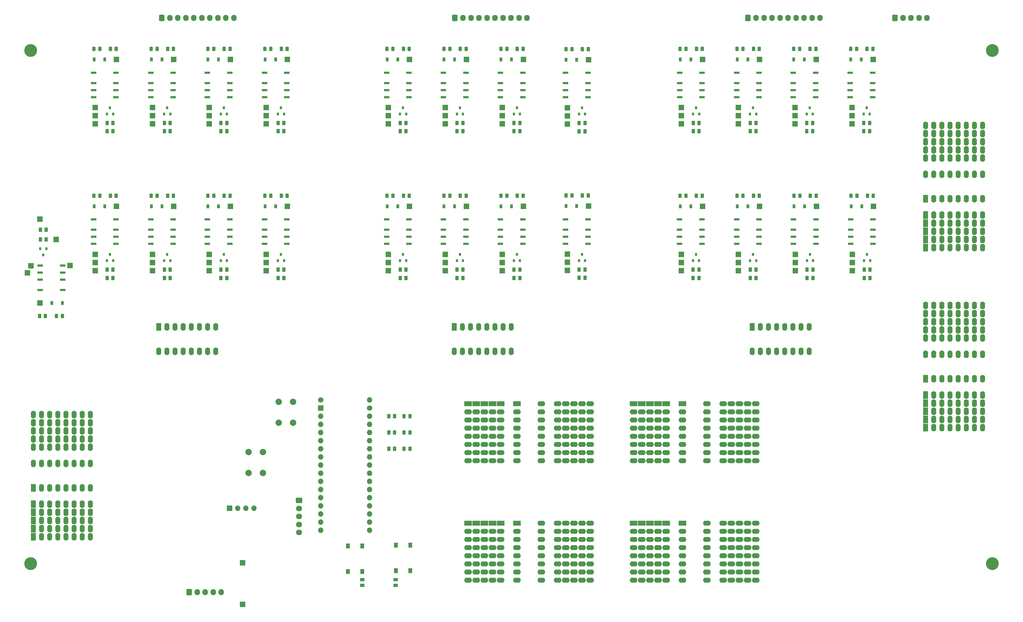
<source format=gbr>
%TF.GenerationSoftware,KiCad,Pcbnew,(5.99.0-12218-g749d2d5987)*%
%TF.CreationDate,2021-09-15T00:58:26+03:00*%
%TF.ProjectId,stend_main,7374656e-645f-46d6-9169-6e2e6b696361,rev*%
%TF.SameCoordinates,PX258bd10PYee998b0*%
%TF.FileFunction,Soldermask,Top*%
%TF.FilePolarity,Negative*%
%FSLAX46Y46*%
G04 Gerber Fmt 4.6, Leading zero omitted, Abs format (unit mm)*
G04 Created by KiCad (PCBNEW (5.99.0-12218-g749d2d5987)) date 2021-09-15 00:58:26*
%MOMM*%
%LPD*%
G01*
G04 APERTURE LIST*
G04 Aperture macros list*
%AMRoundRect*
0 Rectangle with rounded corners*
0 $1 Rounding radius*
0 $2 $3 $4 $5 $6 $7 $8 $9 X,Y pos of 4 corners*
0 Add a 4 corners polygon primitive as box body*
4,1,4,$2,$3,$4,$5,$6,$7,$8,$9,$2,$3,0*
0 Add four circle primitives for the rounded corners*
1,1,$1+$1,$2,$3*
1,1,$1+$1,$4,$5*
1,1,$1+$1,$6,$7*
1,1,$1+$1,$8,$9*
0 Add four rect primitives between the rounded corners*
20,1,$1+$1,$2,$3,$4,$5,0*
20,1,$1+$1,$4,$5,$6,$7,0*
20,1,$1+$1,$6,$7,$8,$9,0*
20,1,$1+$1,$8,$9,$2,$3,0*%
G04 Aperture macros list end*
%ADD10RoundRect,0.243750X0.243750X0.456250X-0.243750X0.456250X-0.243750X-0.456250X0.243750X-0.456250X0*%
%ADD11RoundRect,0.250000X-0.262500X-0.450000X0.262500X-0.450000X0.262500X0.450000X-0.262500X0.450000X0*%
%ADD12RoundRect,0.250000X0.262500X0.450000X-0.262500X0.450000X-0.262500X-0.450000X0.262500X-0.450000X0*%
%ADD13R,0.900000X1.200000*%
%ADD14R,0.800000X0.900000*%
%ADD15R,1.700000X1.700000*%
%ADD16R,2.400000X1.600000*%
%ADD17O,2.400000X1.600000*%
%ADD18R,1.300000X1.550000*%
%ADD19R,1.800000X0.800000*%
%ADD20R,1.600000X2.400000*%
%ADD21O,1.600000X2.400000*%
%ADD22RoundRect,0.250000X-0.600000X-0.725000X0.600000X-0.725000X0.600000X0.725000X-0.600000X0.725000X0*%
%ADD23O,1.700000X1.950000*%
%ADD24RoundRect,0.250000X-0.725000X0.600000X-0.725000X-0.600000X0.725000X-0.600000X0.725000X0.600000X0*%
%ADD25O,1.950000X1.700000*%
%ADD26C,2.000000*%
%ADD27C,4.000000*%
%ADD28RoundRect,0.250000X-0.450000X0.262500X-0.450000X-0.262500X0.450000X-0.262500X0.450000X0.262500X0*%
%ADD29O,1.700000X1.700000*%
%ADD30RoundRect,0.243750X-0.243750X-0.456250X0.243750X-0.456250X0.243750X0.456250X-0.243750X0.456250X0*%
%ADD31RoundRect,0.250000X0.450000X-0.262500X0.450000X0.262500X-0.450000X0.262500X-0.450000X-0.262500X0*%
%ADD32C,1.700000*%
G04 APERTURE END LIST*
D10*
%TO.C,VD1*%
X123365500Y60960000D03*
X121490500Y60960000D03*
%TD*%
D11*
%TO.C,R35*%
X121261500Y129783992D03*
X123086500Y129783992D03*
%TD*%
D12*
%TO.C,R66*%
X248943500Y149860000D03*
X247118500Y149860000D03*
%TD*%
D13*
%TO.C,VD49*%
X260859000Y172212000D03*
X264159000Y172212000D03*
%TD*%
D14*
%TO.C,VT9*%
X120208000Y155210000D03*
X122108000Y155210000D03*
X121158000Y157210000D03*
%TD*%
D15*
%TO.C,CP10*%
X43007000Y154686000D03*
%TD*%
D16*
%TO.C,BB4*%
X203298000Y64928000D03*
X193138000Y64928000D03*
X198218000Y64928000D03*
X200758000Y64928000D03*
X208378000Y64928000D03*
X195678000Y64928000D03*
D17*
X208378000Y62388000D03*
X203298000Y62388000D03*
X198218000Y62388000D03*
X200758000Y62388000D03*
X193138000Y62388000D03*
X195678000Y62388000D03*
X200758000Y59848000D03*
X198218000Y59848000D03*
X203298000Y59848000D03*
X208378000Y59848000D03*
X195678000Y59848000D03*
X193138000Y59848000D03*
X198218000Y57308000D03*
X195678000Y57308000D03*
X193138000Y57308000D03*
X208378000Y57308000D03*
X200758000Y57308000D03*
X203298000Y57308000D03*
X200758000Y54768000D03*
X198218000Y54768000D03*
X203298000Y54768000D03*
X193138000Y54768000D03*
X208378000Y54768000D03*
X195678000Y54768000D03*
X200758000Y52228000D03*
X195678000Y52228000D03*
X203298000Y52228000D03*
X208378000Y52228000D03*
X193138000Y52228000D03*
X198218000Y52228000D03*
X193138000Y49688000D03*
X195678000Y49688000D03*
X208378000Y49688000D03*
X203298000Y49688000D03*
X200758000Y49688000D03*
X198218000Y49688000D03*
X195678000Y47148000D03*
X200758000Y47148000D03*
X198218000Y47148000D03*
X193138000Y47148000D03*
X203298000Y47148000D03*
X208378000Y47148000D03*
X223618000Y47148000D03*
X228698000Y47148000D03*
X226158000Y47148000D03*
X231238000Y47148000D03*
X221078000Y47148000D03*
X215998000Y47148000D03*
X228698000Y49688000D03*
X226158000Y49688000D03*
X221078000Y49688000D03*
X231238000Y49688000D03*
X223618000Y49688000D03*
X215998000Y49688000D03*
X226158000Y52228000D03*
X221078000Y52228000D03*
X223618000Y52228000D03*
X228698000Y52228000D03*
X215998000Y52228000D03*
X231238000Y52228000D03*
X226158000Y54768000D03*
X215998000Y54768000D03*
X221078000Y54768000D03*
X223618000Y54768000D03*
X231238000Y54768000D03*
X228698000Y54768000D03*
X223618000Y57308000D03*
X215998000Y57308000D03*
X228698000Y57308000D03*
X231238000Y57308000D03*
X226158000Y57308000D03*
X221078000Y57308000D03*
X215998000Y59848000D03*
X228698000Y59848000D03*
X223618000Y59848000D03*
X221078000Y59848000D03*
X231238000Y59848000D03*
X226158000Y59848000D03*
X221078000Y59848000D03*
X221078000Y62388000D03*
X223618000Y62388000D03*
X231238000Y62388000D03*
X223618000Y62388000D03*
X215998000Y62388000D03*
X228698000Y62388000D03*
X226158000Y62388000D03*
X228698000Y62388000D03*
X221078000Y62388000D03*
X231238000Y62388000D03*
X226158000Y62388000D03*
X221078000Y64928000D03*
X228698000Y64928000D03*
X223618000Y64928000D03*
X231238000Y64928000D03*
X215998000Y64928000D03*
X226158000Y64928000D03*
%TD*%
D14*
%TO.C,VT17*%
X211648000Y155210000D03*
X213548000Y155210000D03*
X212598000Y157210000D03*
%TD*%
D15*
%TO.C,CP30*%
X78486000Y108956000D03*
%TD*%
%TO.C,CP43*%
X134316000Y157226000D03*
%TD*%
D11*
%TO.C,R62*%
X230481500Y175514000D03*
X232306500Y175514000D03*
%TD*%
D13*
%TO.C,VD23*%
X116206000Y126482000D03*
X119506000Y126482000D03*
%TD*%
D15*
%TO.C,CP50*%
X152095000Y154686000D03*
%TD*%
%TO.C,CP8*%
X31750000Y126482000D03*
%TD*%
D12*
%TO.C,R80*%
X9548500Y92202000D03*
X7723500Y92202000D03*
%TD*%
D13*
%TO.C,VD19*%
X78106000Y126482000D03*
X81406000Y126482000D03*
%TD*%
D15*
%TO.C,CP20*%
X67276000Y172212000D03*
%TD*%
D18*
%TO.C,S2*%
X108422000Y12535000D03*
X108422000Y20485000D03*
X103922000Y20485000D03*
X103922000Y12535000D03*
%TD*%
D15*
%TO.C,CP94*%
X261366000Y108956000D03*
%TD*%
D19*
%TO.C,K22*%
X242981800Y122380000D03*
X242981800Y119180000D03*
X242981800Y116980000D03*
X242981800Y114780000D03*
X249981800Y114780000D03*
X249981800Y116980000D03*
X249981800Y119180000D03*
X249981800Y122380000D03*
%TD*%
D12*
%TO.C,R36*%
X139800500Y149860000D03*
X137975500Y149860000D03*
%TD*%
D11*
%TO.C,R1*%
X116689500Y60960000D03*
X118514500Y60960000D03*
%TD*%
D10*
%TO.C,VD46*%
X244985300Y129784000D03*
X243110300Y129784000D03*
%TD*%
D11*
%TO.C,R55*%
X211685500Y152410000D03*
X213510500Y152410000D03*
%TD*%
%TO.C,R77*%
X266041500Y129784000D03*
X267866500Y129784000D03*
%TD*%
D15*
%TO.C,CP1*%
X25146000Y152146000D03*
%TD*%
%TO.C,CP28*%
X85090000Y172212000D03*
%TD*%
D11*
%TO.C,R78*%
X7977500Y119126000D03*
X9802500Y119126000D03*
%TD*%
D12*
%TO.C,R60*%
X231290500Y149860000D03*
X229465500Y149860000D03*
%TD*%
D13*
%TO.C,VD15*%
X60292000Y126482000D03*
X63592000Y126482000D03*
%TD*%
D19*
%TO.C,K8*%
X77928000Y122380000D03*
X77928000Y119180000D03*
X77928000Y116980000D03*
X77928000Y114780000D03*
X84928000Y114780000D03*
X84928000Y116980000D03*
X84928000Y119180000D03*
X84928000Y122380000D03*
%TD*%
D15*
%TO.C,CP34*%
X116586000Y154686000D03*
%TD*%
%TO.C,CP49*%
X152095000Y152146000D03*
%TD*%
D13*
%TO.C,VD45*%
X243079000Y172212000D03*
X246379000Y172212000D03*
%TD*%
D15*
%TO.C,CP95*%
X261366000Y111496000D03*
%TD*%
D13*
%TO.C,VD35*%
X172035200Y126492000D03*
X175335200Y126492000D03*
%TD*%
D12*
%TO.C,R15*%
X48491500Y104130000D03*
X46666500Y104130000D03*
%TD*%
D14*
%TO.C,VT6*%
X64294000Y109480000D03*
X66194000Y109480000D03*
X65244000Y111480000D03*
%TD*%
D15*
%TO.C,CP69*%
X208002000Y106416000D03*
%TD*%
D11*
%TO.C,R37*%
X137975500Y152410000D03*
X139800500Y152410000D03*
%TD*%
D15*
%TO.C,CP41*%
X134316000Y152146000D03*
%TD*%
%TO.C,CP16*%
X49611000Y126482000D03*
%TD*%
D14*
%TO.C,VT15*%
X176037200Y155200000D03*
X177937200Y155200000D03*
X176987200Y157200000D03*
%TD*%
D11*
%TO.C,R38*%
X138991500Y175514000D03*
X140816500Y175514000D03*
%TD*%
D10*
%TO.C,VD26*%
X135761500Y129784000D03*
X133886500Y129784000D03*
%TD*%
D11*
%TO.C,R8*%
X29821500Y175514000D03*
X31646500Y175514000D03*
%TD*%
D10*
%TO.C,VD10*%
X44452500Y129784000D03*
X42577500Y129784000D03*
%TD*%
%TO.C,VD32*%
X173860700Y175504000D03*
X171985700Y175504000D03*
%TD*%
D15*
%TO.C,CP88*%
X250143800Y126482000D03*
%TD*%
D19*
%TO.C,K18*%
X207444000Y122380000D03*
X207444000Y119180000D03*
X207444000Y116980000D03*
X207444000Y114780000D03*
X214444000Y114780000D03*
X214444000Y116980000D03*
X214444000Y119180000D03*
X214444000Y122380000D03*
%TD*%
D15*
%TO.C,CP6*%
X25146000Y108956000D03*
%TD*%
%TO.C,CP59*%
X172415200Y157216000D03*
%TD*%
D19*
%TO.C,K11*%
X133758000Y168110000D03*
X133758000Y164910000D03*
X133758000Y162710000D03*
X133758000Y160510000D03*
X140758000Y160510000D03*
X140758000Y162710000D03*
X140758000Y164910000D03*
X140758000Y168110000D03*
%TD*%
%TO.C,K12*%
X133758000Y122380000D03*
X133758000Y119180000D03*
X133758000Y116980000D03*
X133758000Y114780000D03*
X140758000Y114780000D03*
X140758000Y116980000D03*
X140758000Y119180000D03*
X140758000Y122380000D03*
%TD*%
D15*
%TO.C,CP60*%
X179019200Y172202000D03*
%TD*%
D19*
%TO.C,K7*%
X77928000Y168110000D03*
X77928000Y164910000D03*
X77928000Y162710000D03*
X77928000Y160510000D03*
X84928000Y160510000D03*
X84928000Y162710000D03*
X84928000Y164910000D03*
X84928000Y168110000D03*
%TD*%
D14*
%TO.C,VT13*%
X155717000Y155210000D03*
X157617000Y155210000D03*
X156667000Y157210000D03*
%TD*%
D15*
%TO.C,CP31*%
X78486000Y111496000D03*
%TD*%
D11*
%TO.C,R17*%
X47682500Y129784000D03*
X49507500Y129784000D03*
%TD*%
D15*
%TO.C,CP2*%
X25146000Y154686000D03*
%TD*%
D20*
%TO.C,BB6*%
X284226000Y72644000D03*
X284226000Y57404000D03*
X284226000Y59944000D03*
X284226000Y67564000D03*
X284226000Y62484000D03*
X284226000Y65024000D03*
D21*
X286766000Y59944000D03*
X286766000Y65024000D03*
X286766000Y62484000D03*
X286766000Y67564000D03*
X286766000Y57404000D03*
X286766000Y72644000D03*
X289306000Y72644000D03*
X289306000Y57404000D03*
X289306000Y65024000D03*
X289306000Y62484000D03*
X289306000Y59944000D03*
X289306000Y67564000D03*
X291846000Y67564000D03*
X291846000Y59944000D03*
X291846000Y65024000D03*
X291846000Y72644000D03*
X291846000Y62484000D03*
X291846000Y57404000D03*
X294386000Y72644000D03*
X294386000Y67564000D03*
X294386000Y57404000D03*
X294386000Y65024000D03*
X294386000Y62484000D03*
X294386000Y59944000D03*
X296926000Y72644000D03*
X296926000Y62484000D03*
X296926000Y57404000D03*
X296926000Y65024000D03*
X296926000Y67564000D03*
X296926000Y59944000D03*
X299466000Y72644000D03*
X299466000Y67564000D03*
X299466000Y62484000D03*
X299466000Y65024000D03*
X299466000Y59944000D03*
X299466000Y57404000D03*
X302006000Y67564000D03*
X302006000Y57404000D03*
X302006000Y72644000D03*
X302006000Y62484000D03*
X302006000Y65024000D03*
X302006000Y59944000D03*
X302006000Y90424000D03*
X302006000Y95504000D03*
X302006000Y87884000D03*
X302006000Y80264000D03*
X302006000Y92964000D03*
X302006000Y85344000D03*
X299466000Y92964000D03*
X299466000Y80264000D03*
X299466000Y85344000D03*
X299466000Y90424000D03*
X299466000Y87884000D03*
X299466000Y95504000D03*
X296926000Y95504000D03*
X296926000Y90424000D03*
X296926000Y80264000D03*
X296926000Y85344000D03*
X296926000Y87884000D03*
X296926000Y92964000D03*
X294386000Y85344000D03*
X294386000Y90424000D03*
X294386000Y92964000D03*
X294386000Y80264000D03*
X294386000Y95504000D03*
X294386000Y87884000D03*
X291846000Y95504000D03*
X291846000Y80264000D03*
X291846000Y85344000D03*
X291846000Y90424000D03*
X291846000Y87884000D03*
X291846000Y92964000D03*
X289306000Y95504000D03*
X289306000Y90424000D03*
X289306000Y87884000D03*
X289306000Y85344000D03*
X289306000Y92964000D03*
X289306000Y85344000D03*
X289306000Y80264000D03*
X286766000Y80264000D03*
X286766000Y87884000D03*
X286766000Y90424000D03*
X286766000Y90424000D03*
X286766000Y92964000D03*
X286766000Y92964000D03*
X286766000Y95504000D03*
X286766000Y85344000D03*
X286766000Y85344000D03*
X286766000Y95504000D03*
X286766000Y87884000D03*
X284226000Y90424000D03*
X284226000Y85344000D03*
X284226000Y95504000D03*
X284226000Y80264000D03*
X284226000Y87884000D03*
X284226000Y92964000D03*
%TD*%
D22*
%TO.C,X6*%
X228780000Y185166000D03*
D23*
X231280000Y185166000D03*
X233780000Y185166000D03*
X236280000Y185166000D03*
X238780000Y185166000D03*
X241280000Y185166000D03*
X243780000Y185166000D03*
X246280000Y185166000D03*
X248780000Y185166000D03*
X251280000Y185166000D03*
%TD*%
D19*
%TO.C,K10*%
X116028000Y122380000D03*
X116028000Y119180000D03*
X116028000Y116980000D03*
X116028000Y114780000D03*
X123028000Y114780000D03*
X123028000Y116980000D03*
X123028000Y119180000D03*
X123028000Y122380000D03*
%TD*%
D15*
%TO.C,CP21*%
X60672000Y106416000D03*
%TD*%
%TO.C,CP55*%
X152095000Y111496000D03*
%TD*%
D10*
%TO.C,VD22*%
X118031500Y129784000D03*
X116156500Y129784000D03*
%TD*%
D12*
%TO.C,R48*%
X177899700Y149850000D03*
X176074700Y149850000D03*
%TD*%
D11*
%TO.C,R29*%
X83161500Y129784000D03*
X84986500Y129784000D03*
%TD*%
D12*
%TO.C,R79*%
X9802500Y116078000D03*
X7977500Y116078000D03*
%TD*%
D15*
%TO.C,CP27*%
X78486000Y157226000D03*
%TD*%
D12*
%TO.C,R75*%
X266850500Y104130000D03*
X265025500Y104130000D03*
%TD*%
D15*
%TO.C,CP5*%
X25146000Y106416000D03*
%TD*%
D22*
%TO.C,X3*%
X274654000Y185212000D03*
D23*
X277154000Y185212000D03*
X279654000Y185212000D03*
X282154000Y185212000D03*
X284654000Y185212000D03*
%TD*%
D14*
%TO.C,VT18*%
X211624000Y109480000D03*
X213524000Y109480000D03*
X212574000Y111480000D03*
%TD*%
%TO.C,VT3*%
X46629000Y155210000D03*
X48529000Y155210000D03*
X47579000Y157210000D03*
%TD*%
D11*
%TO.C,R2*%
X116689500Y55880000D03*
X118514500Y55880000D03*
%TD*%
D15*
%TO.C,CP61*%
X172415200Y106426000D03*
%TD*%
D14*
%TO.C,VT25*%
X9840000Y113268000D03*
X7940000Y113268000D03*
X8890000Y111268000D03*
%TD*%
D11*
%TO.C,R52*%
X176074700Y106690000D03*
X177899700Y106690000D03*
%TD*%
D15*
%TO.C,CP45*%
X134316000Y106416000D03*
%TD*%
D10*
%TO.C,VD40*%
X227251500Y175514000D03*
X225376500Y175514000D03*
%TD*%
%TO.C,VD20*%
X118031500Y175514000D03*
X116156500Y175514000D03*
%TD*%
D14*
%TO.C,VT12*%
X137938000Y109480000D03*
X139838000Y109480000D03*
X138888000Y111480000D03*
%TD*%
D15*
%TO.C,CP70*%
X208002000Y108956000D03*
%TD*%
D14*
%TO.C,VT8*%
X82108000Y109480000D03*
X84008000Y109480000D03*
X83058000Y111480000D03*
%TD*%
D24*
%TO.C,X1*%
X88692000Y34718000D03*
D25*
X88692000Y32218000D03*
X88692000Y29718000D03*
X88692000Y27218000D03*
X88692000Y24718000D03*
%TD*%
D15*
%TO.C,CP82*%
X243459000Y154686000D03*
%TD*%
D19*
%TO.C,K17*%
X207468000Y168110000D03*
X207468000Y164910000D03*
X207468000Y162710000D03*
X207468000Y160510000D03*
X214468000Y160510000D03*
X214468000Y162710000D03*
X214468000Y164910000D03*
X214468000Y168110000D03*
%TD*%
D11*
%TO.C,R20*%
X65347500Y175514000D03*
X67172500Y175514000D03*
%TD*%
D15*
%TO.C,CP84*%
X250063000Y172212000D03*
%TD*%
D11*
%TO.C,R56*%
X212701500Y175514000D03*
X214526500Y175514000D03*
%TD*%
D10*
%TO.C,VD44*%
X244904500Y175514000D03*
X243029500Y175514000D03*
%TD*%
D15*
%TO.C,CP47*%
X134316000Y111496000D03*
%TD*%
%TO.C,CP26*%
X78486000Y154686000D03*
%TD*%
D19*
%TO.C,K25*%
X14940000Y100352000D03*
X14940000Y103552000D03*
X14940000Y105752000D03*
X14940000Y107952000D03*
X7940000Y107952000D03*
X7940000Y105752000D03*
X7940000Y103552000D03*
X7940000Y100352000D03*
%TD*%
D14*
%TO.C,VT7*%
X82108000Y155210000D03*
X84008000Y155210000D03*
X83058000Y157210000D03*
%TD*%
D26*
%TO.C,S3*%
X77470000Y43284000D03*
X77470000Y49784000D03*
X72970000Y43284000D03*
X72970000Y49784000D03*
%TD*%
D15*
%TO.C,CP42*%
X134316000Y154686000D03*
%TD*%
%TO.C,CP89*%
X261239000Y152146000D03*
%TD*%
%TO.C,CP13*%
X43007000Y106416000D03*
%TD*%
D10*
%TO.C,VD14*%
X62117500Y129784000D03*
X60242500Y129784000D03*
%TD*%
%TO.C,VD2*%
X123365500Y55880000D03*
X121490500Y55880000D03*
%TD*%
D15*
%TO.C,CP32*%
X85090000Y126482000D03*
%TD*%
%TO.C,CP22*%
X60672000Y108956000D03*
%TD*%
D14*
%TO.C,VT11*%
X137938000Y155210000D03*
X139838000Y155210000D03*
X138888000Y157210000D03*
%TD*%
D12*
%TO.C,R21*%
X66156500Y104130000D03*
X64331500Y104130000D03*
%TD*%
D13*
%TO.C,VD41*%
X225426000Y172212000D03*
X228726000Y172212000D03*
%TD*%
D15*
%TO.C,CP18*%
X60672000Y154686000D03*
%TD*%
%TO.C,CP12*%
X49611000Y172212000D03*
%TD*%
D27*
%TO.C,PCB1*%
X305000000Y175000000D03*
X5000000Y15000000D03*
X5000000Y175000000D03*
X305000000Y15000000D03*
%TD*%
D12*
%TO.C,R63*%
X231288500Y104130000D03*
X229463500Y104130000D03*
%TD*%
%TO.C,R45*%
X157579500Y104130000D03*
X155754500Y104130000D03*
%TD*%
D15*
%TO.C,CP102*%
X5080000Y107915989D03*
%TD*%
D13*
%TO.C,VD47*%
X243159800Y126482000D03*
X246459800Y126482000D03*
%TD*%
D10*
%TO.C,VD4*%
X26591500Y175514000D03*
X24716500Y175514000D03*
%TD*%
D11*
%TO.C,R16*%
X46666500Y106680000D03*
X48491500Y106680000D03*
%TD*%
D15*
%TO.C,CP17*%
X60672000Y152146000D03*
%TD*%
D14*
%TO.C,VT19*%
X229428000Y155210000D03*
X231328000Y155210000D03*
X230378000Y157210000D03*
%TD*%
%TO.C,VT4*%
X46629000Y109480000D03*
X48529000Y109480000D03*
X47579000Y111480000D03*
%TD*%
D11*
%TO.C,R3*%
X116689500Y50800000D03*
X118514500Y50800000D03*
%TD*%
D12*
%TO.C,R12*%
X48491500Y149860000D03*
X46666500Y149860000D03*
%TD*%
D16*
%TO.C,BB3*%
X151638000Y27638000D03*
X156718000Y27638000D03*
X141478000Y27638000D03*
X146558000Y27638000D03*
X149098000Y27638000D03*
X144018000Y27638000D03*
D17*
X144018000Y25098000D03*
X146558000Y25098000D03*
X151638000Y25098000D03*
X156718000Y25098000D03*
X141478000Y25098000D03*
X149098000Y25098000D03*
X151638000Y22558000D03*
X146558000Y22558000D03*
X156718000Y22558000D03*
X144018000Y22558000D03*
X149098000Y22558000D03*
X141478000Y22558000D03*
X151638000Y20018000D03*
X141478000Y20018000D03*
X156718000Y20018000D03*
X149098000Y20018000D03*
X144018000Y20018000D03*
X146558000Y20018000D03*
X146558000Y17478000D03*
X141478000Y17478000D03*
X151638000Y17478000D03*
X156718000Y17478000D03*
X144018000Y17478000D03*
X149098000Y17478000D03*
X151638000Y14938000D03*
X141478000Y14938000D03*
X144018000Y14938000D03*
X156718000Y14938000D03*
X146558000Y14938000D03*
X149098000Y14938000D03*
X141478000Y12398000D03*
X156718000Y12398000D03*
X151638000Y12398000D03*
X149098000Y12398000D03*
X144018000Y12398000D03*
X146558000Y12398000D03*
X151638000Y9858000D03*
X144018000Y9858000D03*
X146558000Y9858000D03*
X149098000Y9858000D03*
X156718000Y9858000D03*
X141478000Y9858000D03*
X179578000Y9858000D03*
X169418000Y9858000D03*
X171958000Y9858000D03*
X177038000Y9858000D03*
X174498000Y9858000D03*
X164338000Y9858000D03*
X171958000Y12398000D03*
X179578000Y12398000D03*
X169418000Y12398000D03*
X174498000Y12398000D03*
X177038000Y12398000D03*
X164338000Y12398000D03*
X177038000Y14938000D03*
X179578000Y14938000D03*
X174498000Y14938000D03*
X171958000Y14938000D03*
X169418000Y14938000D03*
X164338000Y14938000D03*
X169418000Y17478000D03*
X164338000Y17478000D03*
X179578000Y17478000D03*
X174498000Y17478000D03*
X177038000Y17478000D03*
X171958000Y17478000D03*
X179578000Y20018000D03*
X169418000Y20018000D03*
X164338000Y20018000D03*
X174498000Y20018000D03*
X177038000Y20018000D03*
X171958000Y20018000D03*
X164338000Y22558000D03*
X177038000Y22558000D03*
X171958000Y22558000D03*
X169418000Y22558000D03*
X169418000Y22558000D03*
X179578000Y22558000D03*
X174498000Y22558000D03*
X177038000Y25098000D03*
X169418000Y25098000D03*
X179578000Y25098000D03*
X177038000Y25098000D03*
X171958000Y25098000D03*
X171958000Y25098000D03*
X164338000Y25098000D03*
X169418000Y25098000D03*
X179578000Y25098000D03*
X174498000Y25098000D03*
X174498000Y25098000D03*
X177038000Y27638000D03*
X169418000Y27638000D03*
X171958000Y27638000D03*
X179578000Y27638000D03*
X164338000Y27638000D03*
X174498000Y27638000D03*
%TD*%
D28*
%TO.C,R4*%
X118872000Y10056500D03*
X118872000Y8231500D03*
%TD*%
D19*
%TO.C,K6*%
X60114000Y122380000D03*
X60114000Y119180000D03*
X60114000Y116980000D03*
X60114000Y114780000D03*
X67114000Y114780000D03*
X67114000Y116980000D03*
X67114000Y119180000D03*
X67114000Y122380000D03*
%TD*%
D10*
%TO.C,VD6*%
X26591500Y129784000D03*
X24716500Y129784000D03*
%TD*%
D13*
%TO.C,VD17*%
X78106000Y172212000D03*
X81406000Y172212000D03*
%TD*%
D15*
%TO.C,CP104*%
X71120000Y2286000D03*
%TD*%
D11*
%TO.C,R61*%
X229465500Y152410000D03*
X231290500Y152410000D03*
%TD*%
D14*
%TO.C,VT5*%
X64294000Y155210000D03*
X66194000Y155210000D03*
X65244000Y157210000D03*
%TD*%
D11*
%TO.C,R22*%
X64331500Y106680000D03*
X66156500Y106680000D03*
%TD*%
D19*
%TO.C,K1*%
X24588000Y168110000D03*
X24588000Y164910000D03*
X24588000Y162710000D03*
X24588000Y160510000D03*
X31588000Y160510000D03*
X31588000Y162710000D03*
X31588000Y164910000D03*
X31588000Y168110000D03*
%TD*%
D11*
%TO.C,R32*%
X121261500Y175514000D03*
X123086500Y175514000D03*
%TD*%
%TO.C,R64*%
X229463500Y106680000D03*
X231288500Y106680000D03*
%TD*%
D15*
%TO.C,CP83*%
X243459000Y157226000D03*
%TD*%
%TO.C,CP57*%
X172415200Y152136000D03*
%TD*%
%TO.C,CP96*%
X267970000Y126482000D03*
%TD*%
D11*
%TO.C,R31*%
X120245500Y152410000D03*
X122070500Y152410000D03*
%TD*%
D15*
%TO.C,CP85*%
X243539800Y106416000D03*
%TD*%
D16*
%TO.C,BB2*%
X195678000Y27638000D03*
X208378000Y27638000D03*
X193138000Y27638000D03*
X203298000Y27638000D03*
X200758000Y27638000D03*
X198218000Y27638000D03*
D17*
X195678000Y25098000D03*
X193138000Y25098000D03*
X198218000Y25098000D03*
X208378000Y25098000D03*
X200758000Y25098000D03*
X203298000Y25098000D03*
X203298000Y22558000D03*
X208378000Y22558000D03*
X198218000Y22558000D03*
X200758000Y22558000D03*
X195678000Y22558000D03*
X193138000Y22558000D03*
X193138000Y20018000D03*
X208378000Y20018000D03*
X203298000Y20018000D03*
X200758000Y20018000D03*
X198218000Y20018000D03*
X195678000Y20018000D03*
X200758000Y17478000D03*
X203298000Y17478000D03*
X193138000Y17478000D03*
X195678000Y17478000D03*
X198218000Y17478000D03*
X208378000Y17478000D03*
X208378000Y14938000D03*
X200758000Y14938000D03*
X198218000Y14938000D03*
X193138000Y14938000D03*
X195678000Y14938000D03*
X203298000Y14938000D03*
X208378000Y12398000D03*
X200758000Y12398000D03*
X193138000Y12398000D03*
X195678000Y12398000D03*
X198218000Y12398000D03*
X203298000Y12398000D03*
X198218000Y9858000D03*
X200758000Y9858000D03*
X208378000Y9858000D03*
X193138000Y9858000D03*
X203298000Y9858000D03*
X195678000Y9858000D03*
X221078000Y9858000D03*
X226158000Y9858000D03*
X231238000Y9858000D03*
X228698000Y9858000D03*
X215998000Y9858000D03*
X223618000Y9858000D03*
X215998000Y12398000D03*
X226158000Y12398000D03*
X228698000Y12398000D03*
X223618000Y12398000D03*
X221078000Y12398000D03*
X231238000Y12398000D03*
X231238000Y14938000D03*
X215998000Y14938000D03*
X226158000Y14938000D03*
X228698000Y14938000D03*
X221078000Y14938000D03*
X223618000Y14938000D03*
X215998000Y17478000D03*
X231238000Y17478000D03*
X221078000Y17478000D03*
X226158000Y17478000D03*
X228698000Y17478000D03*
X223618000Y17478000D03*
X231238000Y20018000D03*
X228698000Y20018000D03*
X215998000Y20018000D03*
X223618000Y20018000D03*
X226158000Y20018000D03*
X221078000Y20018000D03*
X221078000Y22558000D03*
X221078000Y22558000D03*
X231238000Y22558000D03*
X223618000Y22558000D03*
X228698000Y22558000D03*
X215998000Y22558000D03*
X226158000Y22558000D03*
X228698000Y25098000D03*
X226158000Y25098000D03*
X231238000Y25098000D03*
X226158000Y25098000D03*
X221078000Y25098000D03*
X231238000Y25098000D03*
X221078000Y25098000D03*
X215998000Y25098000D03*
X223618000Y25098000D03*
X223618000Y25098000D03*
X228698000Y25098000D03*
X231238000Y27638000D03*
X215998000Y27638000D03*
X223618000Y27638000D03*
X221078000Y27638000D03*
X228698000Y27638000D03*
X226158000Y27638000D03*
%TD*%
D15*
%TO.C,CP64*%
X179019200Y126492000D03*
%TD*%
%TO.C,CP19*%
X60672000Y157226000D03*
%TD*%
D11*
%TO.C,R70*%
X247199300Y106680000D03*
X249024300Y106680000D03*
%TD*%
D15*
%TO.C,CP25*%
X78486000Y152146000D03*
%TD*%
D11*
%TO.C,R26*%
X83161500Y175514000D03*
X84986500Y175514000D03*
%TD*%
D15*
%TO.C,DD2*%
X67056000Y32258000D03*
D29*
X69596000Y32258000D03*
X72136000Y32258000D03*
X74676000Y32258000D03*
%TD*%
D15*
%TO.C,CP73*%
X225806000Y152146000D03*
%TD*%
D10*
%TO.C,VD18*%
X79931500Y129784000D03*
X78056500Y129784000D03*
%TD*%
D19*
%TO.C,K2*%
X24588000Y122380000D03*
X24588000Y119180000D03*
X24588000Y116980000D03*
X24588000Y114780000D03*
X31588000Y114780000D03*
X31588000Y116980000D03*
X31588000Y119180000D03*
X31588000Y122380000D03*
%TD*%
%TO.C,K14*%
X151537000Y122380000D03*
X151537000Y119180000D03*
X151537000Y116980000D03*
X151537000Y114780000D03*
X158537000Y114780000D03*
X158537000Y116980000D03*
X158537000Y119180000D03*
X158537000Y122380000D03*
%TD*%
D15*
%TO.C,CP79*%
X225804000Y111496000D03*
%TD*%
D11*
%TO.C,R68*%
X248134500Y175514000D03*
X249959500Y175514000D03*
%TD*%
%TO.C,R28*%
X82145500Y106680000D03*
X83970500Y106680000D03*
%TD*%
D15*
%TO.C,CP63*%
X172415200Y111506000D03*
%TD*%
%TO.C,CP37*%
X116586000Y106416000D03*
%TD*%
D11*
%TO.C,R59*%
X212677500Y129784000D03*
X214502500Y129784000D03*
%TD*%
D12*
%TO.C,R57*%
X213486500Y104130000D03*
X211661500Y104130000D03*
%TD*%
D11*
%TO.C,R14*%
X47682500Y175514000D03*
X49507500Y175514000D03*
%TD*%
D15*
%TO.C,CP99*%
X12954000Y116078000D03*
%TD*%
%TO.C,CP39*%
X116586000Y111496000D03*
%TD*%
D12*
%TO.C,R42*%
X157579500Y149860000D03*
X155754500Y149860000D03*
%TD*%
D26*
%TO.C,S4*%
X86832000Y65480000D03*
X86832000Y58980000D03*
X82332000Y65480000D03*
X82332000Y58980000D03*
%TD*%
D15*
%TO.C,CP90*%
X261239000Y154686000D03*
%TD*%
D14*
%TO.C,VT1*%
X28768000Y155210000D03*
X30668000Y155210000D03*
X29718000Y157210000D03*
%TD*%
D12*
%TO.C,R33*%
X122070500Y104130000D03*
X120245500Y104130000D03*
%TD*%
D15*
%TO.C,CP93*%
X261366000Y106416000D03*
%TD*%
%TO.C,CP36*%
X123190000Y172212000D03*
%TD*%
%TO.C,CP3*%
X25146000Y157226000D03*
%TD*%
%TO.C,CP71*%
X208002000Y111496000D03*
%TD*%
D18*
%TO.C,S1*%
X118908000Y20739000D03*
X118908000Y12789000D03*
X123408000Y20739000D03*
X123408000Y12789000D03*
%TD*%
D13*
%TO.C,VD7*%
X24766000Y126482000D03*
X28066000Y126482000D03*
%TD*%
D11*
%TO.C,R67*%
X247118500Y152410000D03*
X248943500Y152410000D03*
%TD*%
D19*
%TO.C,K5*%
X60114000Y168110000D03*
X60114000Y164910000D03*
X60114000Y162710000D03*
X60114000Y160510000D03*
X67114000Y160510000D03*
X67114000Y162710000D03*
X67114000Y164910000D03*
X67114000Y168110000D03*
%TD*%
D13*
%TO.C,VD51*%
X260986000Y126482000D03*
X264286000Y126482000D03*
%TD*%
D15*
%TO.C,CP80*%
X232408000Y126482000D03*
%TD*%
D11*
%TO.C,R49*%
X176074700Y152400000D03*
X177899700Y152400000D03*
%TD*%
D14*
%TO.C,VT20*%
X229426000Y109480000D03*
X231326000Y109480000D03*
X230376000Y111480000D03*
%TD*%
D15*
%TO.C,CP56*%
X158699000Y126482000D03*
%TD*%
D30*
%TO.C,VD52*%
X13032500Y92202000D03*
X14907500Y92202000D03*
%TD*%
D15*
%TO.C,CP40*%
X123190000Y126482000D03*
%TD*%
D10*
%TO.C,VD34*%
X173860700Y129794000D03*
X171985700Y129794000D03*
%TD*%
D19*
%TO.C,K13*%
X151537000Y168110000D03*
X151537000Y164910000D03*
X151537000Y162710000D03*
X151537000Y160510000D03*
X158537000Y160510000D03*
X158537000Y162710000D03*
X158537000Y164910000D03*
X158537000Y168110000D03*
%TD*%
D20*
%TO.C,BB5*%
X284226000Y128778000D03*
X284226000Y113538000D03*
X284226000Y123698000D03*
X284226000Y121158000D03*
X284226000Y118618000D03*
X284226000Y116078000D03*
D21*
X286766000Y121158000D03*
X286766000Y116078000D03*
X286766000Y128778000D03*
X286766000Y113538000D03*
X286766000Y118618000D03*
X286766000Y123698000D03*
X289306000Y116078000D03*
X289306000Y123698000D03*
X289306000Y128778000D03*
X289306000Y113538000D03*
X289306000Y121158000D03*
X289306000Y118618000D03*
X291846000Y128778000D03*
X291846000Y116078000D03*
X291846000Y118618000D03*
X291846000Y123698000D03*
X291846000Y113538000D03*
X291846000Y121158000D03*
X294386000Y113538000D03*
X294386000Y121158000D03*
X294386000Y118618000D03*
X294386000Y123698000D03*
X294386000Y128778000D03*
X294386000Y116078000D03*
X296926000Y113538000D03*
X296926000Y118618000D03*
X296926000Y128778000D03*
X296926000Y116078000D03*
X296926000Y121158000D03*
X296926000Y123698000D03*
X299466000Y121158000D03*
X299466000Y123698000D03*
X299466000Y113538000D03*
X299466000Y116078000D03*
X299466000Y118618000D03*
X299466000Y128778000D03*
X302006000Y121158000D03*
X302006000Y123698000D03*
X302006000Y113538000D03*
X302006000Y128778000D03*
X302006000Y116078000D03*
X302006000Y118618000D03*
X302006000Y144018000D03*
X302006000Y141478000D03*
X302006000Y151638000D03*
X302006000Y149098000D03*
X302006000Y146558000D03*
X302006000Y136398000D03*
X299466000Y141478000D03*
X299466000Y136398000D03*
X299466000Y151638000D03*
X299466000Y144018000D03*
X299466000Y146558000D03*
X299466000Y149098000D03*
X296926000Y144018000D03*
X296926000Y146558000D03*
X296926000Y151638000D03*
X296926000Y136398000D03*
X296926000Y141478000D03*
X296926000Y149098000D03*
X294386000Y151638000D03*
X294386000Y141478000D03*
X294386000Y149098000D03*
X294386000Y144018000D03*
X294386000Y146558000D03*
X294386000Y136398000D03*
X291846000Y141478000D03*
X291846000Y149098000D03*
X291846000Y151638000D03*
X291846000Y136398000D03*
X291846000Y146558000D03*
X291846000Y144018000D03*
X289306000Y149098000D03*
X289306000Y141478000D03*
X289306000Y141478000D03*
X289306000Y144018000D03*
X289306000Y151638000D03*
X289306000Y136398000D03*
X289306000Y146558000D03*
X286766000Y141478000D03*
X286766000Y151638000D03*
X286766000Y149098000D03*
X286766000Y141478000D03*
X286766000Y146558000D03*
X286766000Y151638000D03*
X286766000Y136398000D03*
X286766000Y149098000D03*
X286766000Y144018000D03*
X286766000Y144018000D03*
X286766000Y146558000D03*
X284226000Y144018000D03*
X284226000Y141478000D03*
X284226000Y151638000D03*
X284226000Y136398000D03*
X284226000Y146558000D03*
X284226000Y149098000D03*
%TD*%
D11*
%TO.C,R34*%
X120245500Y106680000D03*
X122070500Y106680000D03*
%TD*%
%TO.C,R74*%
X265914500Y175514000D03*
X267739500Y175514000D03*
%TD*%
D15*
%TO.C,CP29*%
X78486000Y106416000D03*
%TD*%
D11*
%TO.C,R19*%
X64331500Y152410000D03*
X66156500Y152410000D03*
%TD*%
D19*
%TO.C,K20*%
X225246000Y122380000D03*
X225246000Y119180000D03*
X225246000Y116980000D03*
X225246000Y114780000D03*
X232246000Y114780000D03*
X232246000Y116980000D03*
X232246000Y119180000D03*
X232246000Y122380000D03*
%TD*%
D12*
%TO.C,R24*%
X83970500Y149860000D03*
X82145500Y149860000D03*
%TD*%
D15*
%TO.C,CP72*%
X214606000Y126482000D03*
%TD*%
%TO.C,CP58*%
X172415200Y154676000D03*
%TD*%
%TO.C,CP98*%
X17272000Y107950000D03*
%TD*%
D14*
%TO.C,VT21*%
X247081000Y155210000D03*
X248981000Y155210000D03*
X248031000Y157210000D03*
%TD*%
D11*
%TO.C,R41*%
X138991500Y129784000D03*
X140816500Y129784000D03*
%TD*%
D13*
%TO.C,VD21*%
X116206000Y172212000D03*
X119506000Y172212000D03*
%TD*%
D12*
%TO.C,R69*%
X249024300Y104130000D03*
X247199300Y104130000D03*
%TD*%
D13*
%TO.C,VD43*%
X225424000Y126482000D03*
X228724000Y126482000D03*
%TD*%
D12*
%TO.C,R30*%
X122070500Y149860000D03*
X120245500Y149860000D03*
%TD*%
D13*
%TO.C,VD29*%
X151715000Y172212000D03*
X155015000Y172212000D03*
%TD*%
D11*
%TO.C,R43*%
X155754500Y152410000D03*
X157579500Y152410000D03*
%TD*%
D19*
%TO.C,K24*%
X260808000Y122380000D03*
X260808000Y119180000D03*
X260808000Y116980000D03*
X260808000Y114780000D03*
X267808000Y114780000D03*
X267808000Y116980000D03*
X267808000Y119180000D03*
X267808000Y122380000D03*
%TD*%
D13*
%TO.C,VD33*%
X172035200Y172202000D03*
X175335200Y172202000D03*
%TD*%
%TO.C,VD37*%
X207646000Y172212000D03*
X210946000Y172212000D03*
%TD*%
D19*
%TO.C,K4*%
X42449000Y122380000D03*
X42449000Y119180000D03*
X42449000Y116980000D03*
X42449000Y114780000D03*
X49449000Y114780000D03*
X49449000Y116980000D03*
X49449000Y119180000D03*
X49449000Y122380000D03*
%TD*%
D11*
%TO.C,R46*%
X155754500Y106680000D03*
X157579500Y106680000D03*
%TD*%
D15*
%TO.C,CP48*%
X140920000Y126482000D03*
%TD*%
%TO.C,CP103*%
X71120000Y15240000D03*
%TD*%
D10*
%TO.C,VD48*%
X262684500Y175514000D03*
X260809500Y175514000D03*
%TD*%
D15*
%TO.C,CP86*%
X243539800Y108956000D03*
%TD*%
D11*
%TO.C,R7*%
X28805500Y152410000D03*
X30630500Y152410000D03*
%TD*%
D15*
%TO.C,CP91*%
X261239000Y157226000D03*
%TD*%
D11*
%TO.C,R76*%
X265025500Y106680000D03*
X266850500Y106680000D03*
%TD*%
%TO.C,R71*%
X248215300Y129784000D03*
X250040300Y129784000D03*
%TD*%
D15*
%TO.C,CP14*%
X43007000Y108956000D03*
%TD*%
D13*
%TO.C,VD9*%
X42627000Y172212000D03*
X45927000Y172212000D03*
%TD*%
D12*
%TO.C,R51*%
X177899700Y104140000D03*
X176074700Y104140000D03*
%TD*%
D13*
%TO.C,VD53*%
X14858000Y96266000D03*
X11558000Y96266000D03*
%TD*%
D10*
%TO.C,VD3*%
X123365500Y50800000D03*
X121490500Y50800000D03*
%TD*%
D11*
%TO.C,R23*%
X65347500Y129784000D03*
X67172500Y129784000D03*
%TD*%
D15*
%TO.C,CP87*%
X243539800Y111496000D03*
%TD*%
D13*
%TO.C,VD13*%
X60292000Y172212000D03*
X63592000Y172212000D03*
%TD*%
%TO.C,VD11*%
X42627000Y126482000D03*
X45927000Y126482000D03*
%TD*%
D12*
%TO.C,R54*%
X213510500Y149860000D03*
X211685500Y149860000D03*
%TD*%
D19*
%TO.C,K16*%
X171857200Y122390000D03*
X171857200Y119190000D03*
X171857200Y116990000D03*
X171857200Y114790000D03*
X178857200Y114790000D03*
X178857200Y116990000D03*
X178857200Y119190000D03*
X178857200Y122390000D03*
%TD*%
D12*
%TO.C,R72*%
X266723500Y149860000D03*
X264898500Y149860000D03*
%TD*%
D10*
%TO.C,VD30*%
X153540500Y129784000D03*
X151665500Y129784000D03*
%TD*%
D15*
%TO.C,CP9*%
X43007000Y152146000D03*
%TD*%
D16*
%TO.C,BB7*%
X151638000Y64928000D03*
X149098000Y64928000D03*
X141478000Y64928000D03*
X144018000Y64928000D03*
X156718000Y64928000D03*
X146558000Y64928000D03*
D17*
X144018000Y62388000D03*
X156718000Y62388000D03*
X149098000Y62388000D03*
X141478000Y62388000D03*
X151638000Y62388000D03*
X146558000Y62388000D03*
X151638000Y59848000D03*
X141478000Y59848000D03*
X144018000Y59848000D03*
X156718000Y59848000D03*
X146558000Y59848000D03*
X149098000Y59848000D03*
X151638000Y57308000D03*
X146558000Y57308000D03*
X149098000Y57308000D03*
X156718000Y57308000D03*
X144018000Y57308000D03*
X141478000Y57308000D03*
X141478000Y54768000D03*
X144018000Y54768000D03*
X149098000Y54768000D03*
X156718000Y54768000D03*
X151638000Y54768000D03*
X146558000Y54768000D03*
X141478000Y52228000D03*
X151638000Y52228000D03*
X144018000Y52228000D03*
X149098000Y52228000D03*
X156718000Y52228000D03*
X146558000Y52228000D03*
X141478000Y49688000D03*
X149098000Y49688000D03*
X151638000Y49688000D03*
X156718000Y49688000D03*
X146558000Y49688000D03*
X144018000Y49688000D03*
X151638000Y47148000D03*
X141478000Y47148000D03*
X146558000Y47148000D03*
X149098000Y47148000D03*
X156718000Y47148000D03*
X144018000Y47148000D03*
X164338000Y47148000D03*
X179578000Y47148000D03*
X169418000Y47148000D03*
X177038000Y47148000D03*
X171958000Y47148000D03*
X174498000Y47148000D03*
X169418000Y49688000D03*
X164338000Y49688000D03*
X171958000Y49688000D03*
X179578000Y49688000D03*
X174498000Y49688000D03*
X177038000Y49688000D03*
X171958000Y52228000D03*
X179578000Y52228000D03*
X169418000Y52228000D03*
X177038000Y52228000D03*
X174498000Y52228000D03*
X164338000Y52228000D03*
X169418000Y54768000D03*
X174498000Y54768000D03*
X164338000Y54768000D03*
X179578000Y54768000D03*
X171958000Y54768000D03*
X177038000Y54768000D03*
X171958000Y57308000D03*
X164338000Y57308000D03*
X174498000Y57308000D03*
X177038000Y57308000D03*
X169418000Y57308000D03*
X179578000Y57308000D03*
X169418000Y59848000D03*
X164338000Y59848000D03*
X169418000Y59848000D03*
X179578000Y59848000D03*
X177038000Y59848000D03*
X174498000Y59848000D03*
X171958000Y59848000D03*
X169418000Y62388000D03*
X164338000Y62388000D03*
X179578000Y62388000D03*
X177038000Y62388000D03*
X171958000Y62388000D03*
X174498000Y62388000D03*
X174498000Y62388000D03*
X177038000Y62388000D03*
X179578000Y62388000D03*
X169418000Y62388000D03*
X171958000Y62388000D03*
X169418000Y64928000D03*
X177038000Y64928000D03*
X174498000Y64928000D03*
X179578000Y64928000D03*
X164338000Y64928000D03*
X171958000Y64928000D03*
%TD*%
D10*
%TO.C,VD16*%
X79931500Y175514000D03*
X78056500Y175514000D03*
%TD*%
%TO.C,VD42*%
X227249500Y129784000D03*
X225374500Y129784000D03*
%TD*%
D15*
%TO.C,CP76*%
X232410000Y172212000D03*
%TD*%
D14*
%TO.C,VT23*%
X264861000Y155210000D03*
X266761000Y155210000D03*
X265811000Y157210000D03*
%TD*%
D11*
%TO.C,R65*%
X230479500Y129784000D03*
X232304500Y129784000D03*
%TD*%
D15*
%TO.C,CP15*%
X43007000Y111496000D03*
%TD*%
D22*
%TO.C,X4*%
X45880000Y185166000D03*
D23*
X48380000Y185166000D03*
X50880000Y185166000D03*
X53380000Y185166000D03*
X55880000Y185166000D03*
X58380000Y185166000D03*
X60880000Y185166000D03*
X63380000Y185166000D03*
X65880000Y185166000D03*
X68380000Y185166000D03*
%TD*%
D13*
%TO.C,VD27*%
X133936000Y126482000D03*
X137236000Y126482000D03*
%TD*%
D19*
%TO.C,K19*%
X225248000Y168110000D03*
X225248000Y164910000D03*
X225248000Y162710000D03*
X225248000Y160510000D03*
X232248000Y160510000D03*
X232248000Y162710000D03*
X232248000Y164910000D03*
X232248000Y168110000D03*
%TD*%
D22*
%TO.C,X5*%
X137340000Y185166000D03*
D23*
X139840000Y185166000D03*
X142340000Y185166000D03*
X144840000Y185166000D03*
X147340000Y185166000D03*
X149840000Y185166000D03*
X152340000Y185166000D03*
X154840000Y185166000D03*
X157340000Y185166000D03*
X159840000Y185166000D03*
%TD*%
D15*
%TO.C,CP46*%
X134316000Y108956000D03*
%TD*%
D22*
%TO.C,X2*%
X54436000Y6142000D03*
D23*
X56936000Y6142000D03*
X59436000Y6142000D03*
X61936000Y6142000D03*
X64436000Y6142000D03*
%TD*%
D12*
%TO.C,R18*%
X66156500Y149860000D03*
X64331500Y149860000D03*
%TD*%
D31*
%TO.C,R5*%
X108458000Y8231500D03*
X108458000Y10056500D03*
%TD*%
D13*
%TO.C,VD5*%
X24766000Y172212000D03*
X28066000Y172212000D03*
%TD*%
D14*
%TO.C,VT22*%
X247161800Y109480000D03*
X249061800Y109480000D03*
X248111800Y111480000D03*
%TD*%
D15*
%TO.C,CP24*%
X67276000Y126482000D03*
%TD*%
%TO.C,CP78*%
X225804000Y108956000D03*
%TD*%
D14*
%TO.C,VT16*%
X176037200Y109490000D03*
X177937200Y109490000D03*
X176987200Y111490000D03*
%TD*%
D13*
%TO.C,VD31*%
X151715000Y126482000D03*
X155015000Y126482000D03*
%TD*%
D11*
%TO.C,R58*%
X211661500Y106680000D03*
X213486500Y106680000D03*
%TD*%
D15*
%TO.C,CP101*%
X3940000Y105664000D03*
%TD*%
D10*
%TO.C,VD28*%
X153540500Y175514000D03*
X151665500Y175514000D03*
%TD*%
D12*
%TO.C,R39*%
X139800500Y104130000D03*
X137975500Y104130000D03*
%TD*%
D15*
%TO.C,CP33*%
X116586000Y152146000D03*
%TD*%
D11*
%TO.C,R11*%
X29821500Y129784000D03*
X31646500Y129784000D03*
%TD*%
D14*
%TO.C,VT2*%
X28768000Y109480000D03*
X30668000Y109480000D03*
X29718000Y111480000D03*
%TD*%
D13*
%TO.C,VD39*%
X207622000Y126482000D03*
X210922000Y126482000D03*
%TD*%
D11*
%TO.C,R25*%
X82145500Y152410000D03*
X83970500Y152410000D03*
%TD*%
%TO.C,R13*%
X46666500Y152410000D03*
X48491500Y152410000D03*
%TD*%
D15*
%TO.C,CP51*%
X152095000Y157226000D03*
%TD*%
D29*
%TO.C,DD1*%
X95504000Y25400000D03*
X110744000Y25400000D03*
D32*
X95504000Y66040000D03*
D29*
X110744000Y66040000D03*
D15*
X95504000Y63500000D03*
D29*
X95504000Y60960000D03*
X95504000Y58420000D03*
X95504000Y55880000D03*
X95504000Y53340000D03*
X95504000Y50800000D03*
X95504000Y48260000D03*
X95504000Y45720000D03*
X95504000Y43180000D03*
X95504000Y40640000D03*
X95504000Y38100000D03*
X95504000Y35560000D03*
X95504000Y33020000D03*
X95504000Y30480000D03*
X95504000Y27940000D03*
X110744000Y27940000D03*
X110744000Y30480000D03*
X110744000Y33020000D03*
X110744000Y35560000D03*
X110744000Y38100000D03*
X110744000Y40640000D03*
X110744000Y43180000D03*
X110744000Y45720000D03*
X110744000Y48260000D03*
X110744000Y50800000D03*
X110744000Y53340000D03*
X110744000Y55880000D03*
X110744000Y58420000D03*
X110744000Y60960000D03*
D32*
X110744000Y63500000D03*
%TD*%
D15*
%TO.C,CP65*%
X208026000Y152146000D03*
%TD*%
D10*
%TO.C,VD36*%
X209471500Y175514000D03*
X207596500Y175514000D03*
%TD*%
D19*
%TO.C,K21*%
X242901000Y168110000D03*
X242901000Y164910000D03*
X242901000Y162710000D03*
X242901000Y160510000D03*
X249901000Y160510000D03*
X249901000Y162710000D03*
X249901000Y164910000D03*
X249901000Y168110000D03*
%TD*%
D15*
%TO.C,CP75*%
X225806000Y157226000D03*
%TD*%
%TO.C,CP67*%
X208026000Y157226000D03*
%TD*%
D14*
%TO.C,VT14*%
X155717000Y109480000D03*
X157617000Y109480000D03*
X156667000Y111480000D03*
%TD*%
D15*
%TO.C,CP23*%
X60672000Y111496000D03*
%TD*%
D11*
%TO.C,R50*%
X177090700Y175504000D03*
X178915700Y175504000D03*
%TD*%
D12*
%TO.C,R6*%
X30630500Y149860000D03*
X28805500Y149860000D03*
%TD*%
D10*
%TO.C,VD12*%
X62117500Y175514000D03*
X60242500Y175514000D03*
%TD*%
D19*
%TO.C,K3*%
X42449000Y168110000D03*
X42449000Y164910000D03*
X42449000Y162710000D03*
X42449000Y160510000D03*
X49449000Y160510000D03*
X49449000Y162710000D03*
X49449000Y164910000D03*
X49449000Y168110000D03*
%TD*%
%TO.C,K15*%
X171857200Y168100000D03*
X171857200Y164900000D03*
X171857200Y162700000D03*
X171857200Y160500000D03*
X178857200Y160500000D03*
X178857200Y162700000D03*
X178857200Y164900000D03*
X178857200Y168100000D03*
%TD*%
D14*
%TO.C,VT10*%
X120208000Y109480000D03*
X122108000Y109480000D03*
X121158000Y111480000D03*
%TD*%
D10*
%TO.C,VD38*%
X209447500Y129784000D03*
X207572500Y129784000D03*
%TD*%
D15*
%TO.C,CP66*%
X208026000Y154686000D03*
%TD*%
%TO.C,CP53*%
X152095000Y106416000D03*
%TD*%
D10*
%TO.C,VD50*%
X262811500Y129784000D03*
X260936500Y129784000D03*
%TD*%
D20*
%TO.C,BB1*%
X5832000Y33528000D03*
X5832000Y23368000D03*
X5832000Y38608000D03*
X5832000Y28448000D03*
X5832000Y25908000D03*
X5832000Y30988000D03*
D21*
X8372000Y25908000D03*
X8372000Y23368000D03*
X8372000Y38608000D03*
X8372000Y28448000D03*
X8372000Y33528000D03*
X8372000Y30988000D03*
X10912000Y28448000D03*
X10912000Y38608000D03*
X10912000Y33528000D03*
X10912000Y23368000D03*
X10912000Y30988000D03*
X10912000Y25908000D03*
X13452000Y28448000D03*
X13452000Y38608000D03*
X13452000Y25908000D03*
X13452000Y33528000D03*
X13452000Y23368000D03*
X13452000Y30988000D03*
X15992000Y25908000D03*
X15992000Y38608000D03*
X15992000Y28448000D03*
X15992000Y23368000D03*
X15992000Y30988000D03*
X15992000Y33528000D03*
X18532000Y38608000D03*
X18532000Y28448000D03*
X18532000Y23368000D03*
X18532000Y30988000D03*
X18532000Y33528000D03*
X18532000Y25908000D03*
X21072000Y25908000D03*
X21072000Y33528000D03*
X21072000Y30988000D03*
X21072000Y28448000D03*
X21072000Y38608000D03*
X21072000Y23368000D03*
X23612000Y30988000D03*
X23612000Y38608000D03*
X23612000Y23368000D03*
X23612000Y25908000D03*
X23612000Y28448000D03*
X23612000Y33528000D03*
X23612000Y51308000D03*
X23612000Y53848000D03*
X23612000Y46228000D03*
X23612000Y56388000D03*
X23612000Y58928000D03*
X23612000Y61468000D03*
X21072000Y58928000D03*
X21072000Y56388000D03*
X21072000Y51308000D03*
X21072000Y53848000D03*
X21072000Y61468000D03*
X21072000Y46228000D03*
X18532000Y51308000D03*
X18532000Y46228000D03*
X18532000Y56388000D03*
X18532000Y61468000D03*
X18532000Y53848000D03*
X18532000Y58928000D03*
X15992000Y58928000D03*
X15992000Y51308000D03*
X15992000Y53848000D03*
X15992000Y61468000D03*
X15992000Y46228000D03*
X15992000Y56388000D03*
X13452000Y61468000D03*
X13452000Y56388000D03*
X13452000Y51308000D03*
X13452000Y46228000D03*
X13452000Y53848000D03*
X13452000Y58928000D03*
X10912000Y51308000D03*
X10912000Y51308000D03*
X10912000Y61468000D03*
X10912000Y58928000D03*
X10912000Y53848000D03*
X10912000Y56388000D03*
X10912000Y46228000D03*
X8372000Y51308000D03*
X8372000Y61468000D03*
X8372000Y61468000D03*
X8372000Y53848000D03*
X8372000Y58928000D03*
X8372000Y58928000D03*
X8372000Y56388000D03*
X8372000Y46228000D03*
X8372000Y53848000D03*
X8372000Y56388000D03*
X8372000Y51308000D03*
X5832000Y51308000D03*
X5832000Y56388000D03*
X5832000Y46228000D03*
X5832000Y53848000D03*
X5832000Y61468000D03*
X5832000Y58928000D03*
%TD*%
D10*
%TO.C,VD24*%
X135761500Y175514000D03*
X133886500Y175514000D03*
%TD*%
D11*
%TO.C,R47*%
X156770500Y129784000D03*
X158595500Y129784000D03*
%TD*%
D15*
%TO.C,CP97*%
X7874000Y122428000D03*
%TD*%
%TO.C,CP44*%
X140920000Y172212000D03*
%TD*%
%TO.C,CP38*%
X116586000Y108956000D03*
%TD*%
D11*
%TO.C,R10*%
X28805500Y106680000D03*
X30630500Y106680000D03*
%TD*%
D12*
%TO.C,R27*%
X83970500Y104130000D03*
X82145500Y104130000D03*
%TD*%
D19*
%TO.C,K23*%
X260681000Y168110000D03*
X260681000Y164910000D03*
X260681000Y162710000D03*
X260681000Y160510000D03*
X267681000Y160510000D03*
X267681000Y162710000D03*
X267681000Y164910000D03*
X267681000Y168110000D03*
%TD*%
D14*
%TO.C,VT24*%
X264988000Y109480000D03*
X266888000Y109480000D03*
X265938000Y111480000D03*
%TD*%
D11*
%TO.C,R53*%
X177090700Y129794000D03*
X178915700Y129794000D03*
%TD*%
D15*
%TO.C,CP4*%
X31750000Y172212000D03*
%TD*%
%TO.C,CP7*%
X25146000Y111496000D03*
%TD*%
%TO.C,CP81*%
X243459000Y152146000D03*
%TD*%
%TO.C,CP62*%
X172415200Y108966000D03*
%TD*%
%TO.C,CP54*%
X152095000Y108956000D03*
%TD*%
%TO.C,CP100*%
X7874000Y96266000D03*
%TD*%
%TO.C,CP77*%
X225804000Y106416000D03*
%TD*%
D11*
%TO.C,R44*%
X156770500Y175514000D03*
X158595500Y175514000D03*
%TD*%
D15*
%TO.C,CP35*%
X116586000Y157226000D03*
%TD*%
D19*
%TO.C,K9*%
X116028000Y168110000D03*
X116028000Y164910000D03*
X116028000Y162710000D03*
X116028000Y160510000D03*
X123028000Y160510000D03*
X123028000Y162710000D03*
X123028000Y164910000D03*
X123028000Y168110000D03*
%TD*%
D15*
%TO.C,CP11*%
X43007000Y157226000D03*
%TD*%
D12*
%TO.C,R9*%
X30630500Y104130000D03*
X28805500Y104130000D03*
%TD*%
D15*
%TO.C,CP68*%
X214630000Y172212000D03*
%TD*%
%TO.C,CP92*%
X267843000Y172212000D03*
%TD*%
D11*
%TO.C,R73*%
X264898500Y152410000D03*
X266723500Y152410000D03*
%TD*%
D15*
%TO.C,CP52*%
X158699000Y172212000D03*
%TD*%
D13*
%TO.C,VD25*%
X133936000Y172212000D03*
X137236000Y172212000D03*
%TD*%
D11*
%TO.C,R40*%
X137975500Y106680000D03*
X139800500Y106680000D03*
%TD*%
D10*
%TO.C,VD8*%
X44452500Y175514000D03*
X42577500Y175514000D03*
%TD*%
D15*
%TO.C,CP74*%
X225806000Y154686000D03*
%TD*%
D20*
%TO.C,DD5*%
X230124000Y88890000D03*
D21*
X232664000Y88890000D03*
X235204000Y88890000D03*
X237744000Y88890000D03*
X240284000Y88890000D03*
X242824000Y88890000D03*
X245364000Y88890000D03*
X247904000Y88890000D03*
X247904000Y81270000D03*
X245364000Y81270000D03*
X242824000Y81270000D03*
X240284000Y81270000D03*
X237744000Y81270000D03*
X235204000Y81270000D03*
X232664000Y81270000D03*
X230124000Y81270000D03*
%TD*%
D20*
%TO.C,DD3*%
X44948000Y88890000D03*
D21*
X47488000Y88890000D03*
X50028000Y88890000D03*
X52568000Y88890000D03*
X55108000Y88890000D03*
X57648000Y88890000D03*
X60188000Y88890000D03*
X62728000Y88890000D03*
X62728000Y81270000D03*
X60188000Y81270000D03*
X57648000Y81270000D03*
X55108000Y81270000D03*
X52568000Y81270000D03*
X50028000Y81270000D03*
X47488000Y81270000D03*
X44948000Y81270000D03*
%TD*%
D20*
%TO.C,DD4*%
X137150000Y88890000D03*
D21*
X139690000Y88890000D03*
X142230000Y88890000D03*
X144770000Y88890000D03*
X147310000Y88890000D03*
X149850000Y88890000D03*
X152390000Y88890000D03*
X154930000Y88890000D03*
X154930000Y81270000D03*
X152390000Y81270000D03*
X149850000Y81270000D03*
X147310000Y81270000D03*
X144770000Y81270000D03*
X142230000Y81270000D03*
X139690000Y81270000D03*
X137150000Y81270000D03*
%TD*%
M02*

</source>
